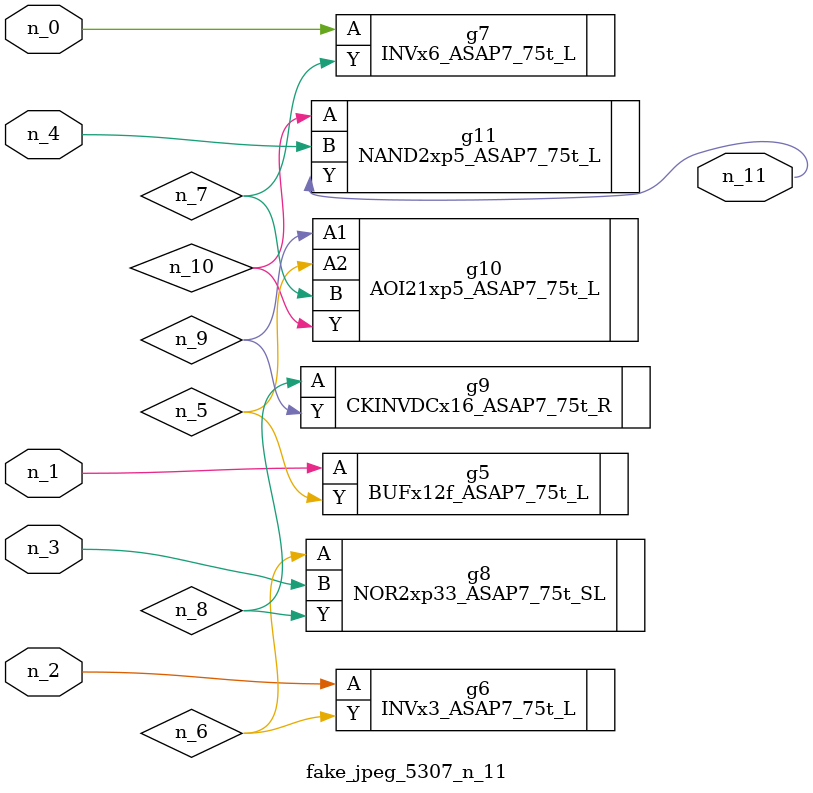
<source format=v>
module fake_jpeg_5307_n_11 (n_3, n_2, n_1, n_0, n_4, n_11);

input n_3;
input n_2;
input n_1;
input n_0;
input n_4;

output n_11;

wire n_10;
wire n_8;
wire n_9;
wire n_6;
wire n_5;
wire n_7;

BUFx12f_ASAP7_75t_L g5 ( 
.A(n_1),
.Y(n_5)
);

INVx3_ASAP7_75t_L g6 ( 
.A(n_2),
.Y(n_6)
);

INVx6_ASAP7_75t_L g7 ( 
.A(n_0),
.Y(n_7)
);

NOR2xp33_ASAP7_75t_SL g8 ( 
.A(n_6),
.B(n_3),
.Y(n_8)
);

CKINVDCx16_ASAP7_75t_R g9 ( 
.A(n_8),
.Y(n_9)
);

AOI21xp5_ASAP7_75t_L g10 ( 
.A1(n_9),
.A2(n_5),
.B(n_7),
.Y(n_10)
);

NAND2xp5_ASAP7_75t_L g11 ( 
.A(n_10),
.B(n_4),
.Y(n_11)
);


endmodule
</source>
